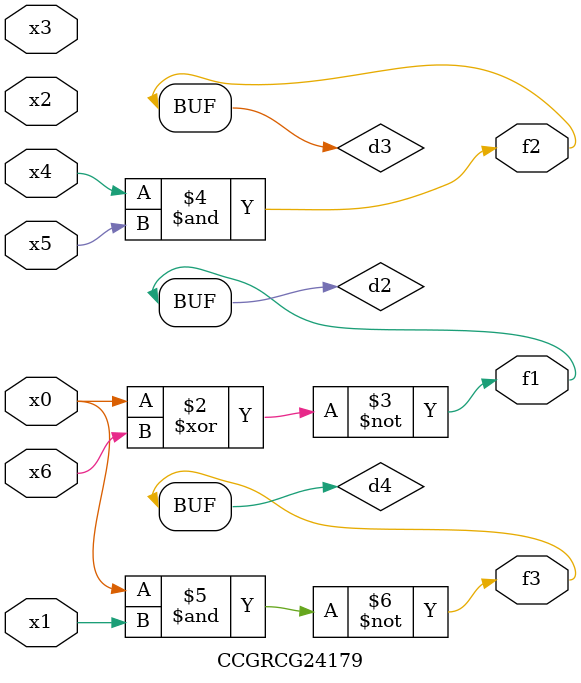
<source format=v>
module CCGRCG24179(
	input x0, x1, x2, x3, x4, x5, x6,
	output f1, f2, f3
);

	wire d1, d2, d3, d4;

	nor (d1, x0);
	xnor (d2, x0, x6);
	and (d3, x4, x5);
	nand (d4, x0, x1);
	assign f1 = d2;
	assign f2 = d3;
	assign f3 = d4;
endmodule

</source>
